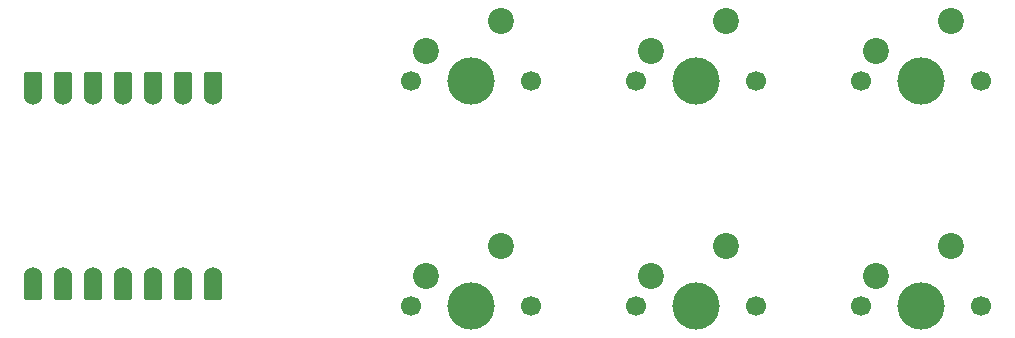
<source format=gbr>
%TF.GenerationSoftware,KiCad,Pcbnew,9.0.6*%
%TF.CreationDate,2026-01-03T14:52:23+08:00*%
%TF.ProjectId,HackPad,4861636b-5061-4642-9e6b-696361645f70,rev?*%
%TF.SameCoordinates,Original*%
%TF.FileFunction,Soldermask,Top*%
%TF.FilePolarity,Negative*%
%FSLAX46Y46*%
G04 Gerber Fmt 4.6, Leading zero omitted, Abs format (unit mm)*
G04 Created by KiCad (PCBNEW 9.0.6) date 2026-01-03 14:52:23*
%MOMM*%
%LPD*%
G01*
G04 APERTURE LIST*
G04 Aperture macros list*
%AMRoundRect*
0 Rectangle with rounded corners*
0 $1 Rounding radius*
0 $2 $3 $4 $5 $6 $7 $8 $9 X,Y pos of 4 corners*
0 Add a 4 corners polygon primitive as box body*
4,1,4,$2,$3,$4,$5,$6,$7,$8,$9,$2,$3,0*
0 Add four circle primitives for the rounded corners*
1,1,$1+$1,$2,$3*
1,1,$1+$1,$4,$5*
1,1,$1+$1,$6,$7*
1,1,$1+$1,$8,$9*
0 Add four rect primitives between the rounded corners*
20,1,$1+$1,$2,$3,$4,$5,0*
20,1,$1+$1,$4,$5,$6,$7,0*
20,1,$1+$1,$6,$7,$8,$9,0*
20,1,$1+$1,$8,$9,$2,$3,0*%
G04 Aperture macros list end*
%ADD10C,1.700000*%
%ADD11C,4.000000*%
%ADD12C,2.200000*%
%ADD13RoundRect,0.152400X-0.609600X1.063600X-0.609600X-1.063600X0.609600X-1.063600X0.609600X1.063600X0*%
%ADD14C,1.524000*%
%ADD15RoundRect,0.152400X0.609600X-1.063600X0.609600X1.063600X-0.609600X1.063600X-0.609600X-1.063600X0*%
G04 APERTURE END LIST*
D10*
%TO.C,SW3*%
X107161000Y-68200000D03*
D11*
X112241000Y-68200000D03*
D10*
X117321000Y-68200000D03*
D12*
X114781000Y-63120000D03*
X108431000Y-65660000D03*
%TD*%
D10*
%TO.C,SW1*%
X88120000Y-68200000D03*
D11*
X93200000Y-68200000D03*
D10*
X98280000Y-68200000D03*
D12*
X95740000Y-63120000D03*
X89390000Y-65660000D03*
%TD*%
D10*
%TO.C,SW5*%
X126161000Y-68200000D03*
D11*
X131241000Y-68200000D03*
D10*
X136321000Y-68200000D03*
D12*
X133781000Y-63120000D03*
X127431000Y-65660000D03*
%TD*%
D10*
%TO.C,SW6*%
X126161000Y-87269500D03*
D11*
X131241000Y-87269500D03*
D10*
X136321000Y-87269500D03*
D12*
X133781000Y-82189500D03*
X127431000Y-84729500D03*
%TD*%
D10*
%TO.C,SW4*%
X107161000Y-87269500D03*
D11*
X112241000Y-87269500D03*
D10*
X117321000Y-87269500D03*
D12*
X114781000Y-82189500D03*
X108431000Y-84729500D03*
%TD*%
D10*
%TO.C,SW2*%
X88120000Y-87269500D03*
D11*
X93200000Y-87269500D03*
D10*
X98280000Y-87269500D03*
D12*
X95740000Y-82189500D03*
X89390000Y-84729500D03*
%TD*%
D13*
%TO.C,U1*%
X56100000Y-85555000D03*
D14*
X56100000Y-84720000D03*
D13*
X58640000Y-85555000D03*
D14*
X58640000Y-84720000D03*
D13*
X61180000Y-85555000D03*
D14*
X61180000Y-84720000D03*
D13*
X63720000Y-85555000D03*
D14*
X63720000Y-84720000D03*
D13*
X66260000Y-85555000D03*
D14*
X66260000Y-84720000D03*
D13*
X68800000Y-85555000D03*
D14*
X68800000Y-84720000D03*
D13*
X71340000Y-85555000D03*
D14*
X71340000Y-84720000D03*
X71340000Y-69480000D03*
D15*
X71340000Y-68645000D03*
D14*
X68800000Y-69480000D03*
D15*
X68800000Y-68645000D03*
D14*
X66260000Y-69480000D03*
D15*
X66260000Y-68645000D03*
D14*
X63720000Y-69480000D03*
D15*
X63720000Y-68645000D03*
D14*
X61180000Y-69480000D03*
D15*
X61180000Y-68645000D03*
D14*
X58640000Y-69480000D03*
D15*
X58640000Y-68645000D03*
D14*
X56100000Y-69480000D03*
D15*
X56100000Y-68645000D03*
%TD*%
M02*

</source>
